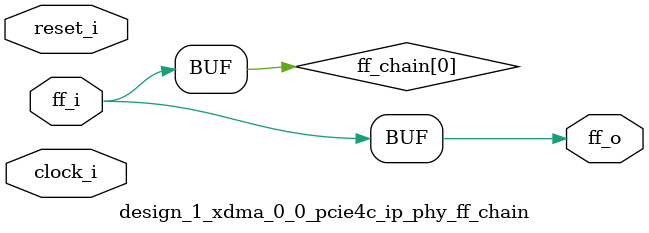
<source format=v>
/*****************************************************************************
** Description:
**    Flop Chain
**
******************************************************************************/

`timescale 1ps/1ps

`define AS_PHYREG(clk, reset, q, d, rstval)  \
   always @(posedge clk or posedge reset) begin \
      if (reset) \
         q  <= #(TCQ)   rstval;  \
      else  \
         q  <= #(TCQ)   d; \
   end

`define PHYREG(clk, reset, q, d, rstval)  \
   always @(posedge clk) begin \
      if (reset) \
         q  <= #(TCQ)   rstval;  \
      else  \
         q  <= #(TCQ)   d; \
   end

(* DowngradeIPIdentifiedWarnings = "yes" *)
module design_1_xdma_0_0_pcie4c_ip_phy_ff_chain #(
   // Parameters
   parameter integer PIPELINE_STAGES   = 0,        // 0 = no pipeline; 1 = 1 stage; 2 = 2 stages; 3 = 3 stages
   parameter         ASYNC             = "FALSE",
   parameter integer FF_WIDTH          = 1,
   parameter integer RST_VAL           = 0,
   parameter integer TCQ               = 1
)  (   
   input  wire                         clock_i,          
   input  wire                         reset_i,           
   input  wire [FF_WIDTH-1:0]          ff_i,            
   output wire [FF_WIDTH-1:0]          ff_o        
   );

   genvar   var_i;

   reg   [FF_WIDTH-1:0]          ff_chain [PIPELINE_STAGES:0];

   always @(*) ff_chain[0] = ff_i;

generate
   if (PIPELINE_STAGES > 0) begin:  with_ff_chain
      for (var_i = 0; var_i < PIPELINE_STAGES; var_i = var_i + 1) begin: ff_chain_gen
         if (ASYNC == "TRUE") begin: async_rst
            `AS_PHYREG(clock_i, reset_i, ff_chain[var_i+1], ff_chain[var_i], RST_VAL)
         end else begin: sync_rst
            `PHYREG(clock_i, reset_i, ff_chain[var_i+1], ff_chain[var_i], RST_VAL)
         end
      end
   end
endgenerate

   assign ff_o = ff_chain[PIPELINE_STAGES];

endmodule

</source>
